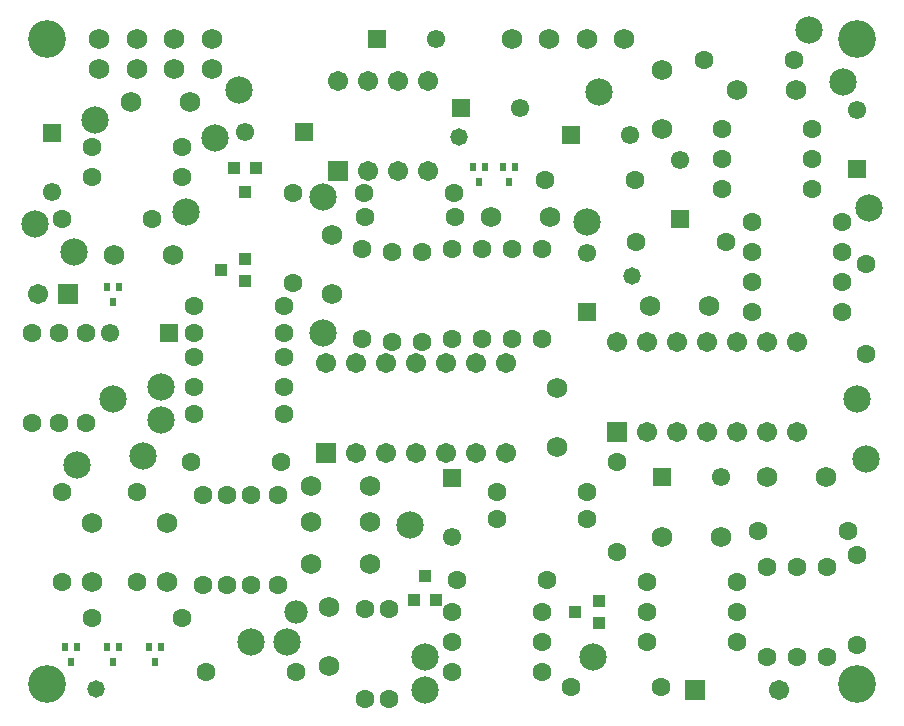
<source format=gts>
G04 Layer_Color=8388736*
%FSAX24Y24*%
%MOIN*%
G70*
G01*
G75*
%ADD34R,0.0434X0.0395*%
%ADD35R,0.0220X0.0280*%
%ADD36R,0.0395X0.0434*%
%ADD37C,0.0671*%
%ADD38R,0.0671X0.0671*%
%ADD39C,0.0907*%
%ADD40C,0.0680*%
%ADD41C,0.0631*%
%ADD42C,0.0611*%
%ADD43R,0.0611X0.0611*%
%ADD44R,0.0611X0.0611*%
%ADD45R,0.0671X0.0671*%
%ADD46C,0.0780*%
%ADD47C,0.1261*%
%ADD48C,0.0580*%
D34*
X-022194Y014800D02*
D03*
X-021406Y015174D02*
D03*
Y014426D02*
D03*
X-010394Y003400D02*
D03*
X-009606Y003774D02*
D03*
Y003026D02*
D03*
D35*
X-013403Y018255D02*
D03*
X-013797D02*
D03*
X-013600Y017745D02*
D03*
X-012403Y018255D02*
D03*
X-012797D02*
D03*
X-012600Y017745D02*
D03*
X-025603Y014255D02*
D03*
X-025997D02*
D03*
X-025800Y013745D02*
D03*
X-024203Y002255D02*
D03*
X-024597D02*
D03*
X-024400Y001745D02*
D03*
X-025603Y002255D02*
D03*
X-025997D02*
D03*
X-025800Y001745D02*
D03*
X-027003Y002255D02*
D03*
X-027397D02*
D03*
X-027200Y001745D02*
D03*
D36*
X-021400Y017406D02*
D03*
X-021774Y018194D02*
D03*
X-021026D02*
D03*
X-015400Y004594D02*
D03*
X-015026Y003806D02*
D03*
X-015774D02*
D03*
D37*
X-028300Y014000D02*
D03*
X-003602Y000800D02*
D03*
X-017700Y008700D02*
D03*
X-016700D02*
D03*
X-015700D02*
D03*
X-014700D02*
D03*
X-013700D02*
D03*
X-012700D02*
D03*
X-018700Y011700D02*
D03*
X-017700D02*
D03*
X-016700D02*
D03*
X-015700D02*
D03*
X-014700D02*
D03*
X-013700D02*
D03*
X-012700D02*
D03*
X-008000Y009400D02*
D03*
X-007000D02*
D03*
X-006000D02*
D03*
X-005000D02*
D03*
X-004000D02*
D03*
X-003000D02*
D03*
X-009000Y012400D02*
D03*
X-008000D02*
D03*
X-007000D02*
D03*
X-006000D02*
D03*
X-005000D02*
D03*
X-004000D02*
D03*
X-003000D02*
D03*
X-017280Y018120D02*
D03*
X-016280D02*
D03*
X-015280D02*
D03*
X-018280Y021120D02*
D03*
X-017280D02*
D03*
X-016280D02*
D03*
X-015280D02*
D03*
D38*
X-027300Y014000D02*
D03*
X-006398Y000800D02*
D03*
D39*
X-002600Y022800D02*
D03*
X-001460Y021090D02*
D03*
X-000590Y016880D02*
D03*
X-024800Y008600D02*
D03*
X-024200Y010900D02*
D03*
X-027000Y008300D02*
D03*
X-009800Y001900D02*
D03*
X-010000Y016400D02*
D03*
X-018800Y012700D02*
D03*
X-018790Y017240D02*
D03*
X-009590Y020750D02*
D03*
X-023370Y016750D02*
D03*
X-022400Y019200D02*
D03*
X-021600Y020800D02*
D03*
X-026400Y019800D02*
D03*
X-028390Y016330D02*
D03*
X-027100Y015400D02*
D03*
X-025800Y010500D02*
D03*
X-024200Y009800D02*
D03*
X-015890Y006310D02*
D03*
X-015400Y001900D02*
D03*
Y000800D02*
D03*
X-020000Y002400D02*
D03*
X-021200D02*
D03*
X-000700Y008500D02*
D03*
X-001000Y010500D02*
D03*
D40*
X-005516Y005900D02*
D03*
X-007484D02*
D03*
X-019184Y006400D02*
D03*
X-017216D02*
D03*
Y007600D02*
D03*
X-019184D02*
D03*
X-007908Y013600D02*
D03*
X-005940D02*
D03*
X-007500Y019506D02*
D03*
Y021474D02*
D03*
X-004984Y020800D02*
D03*
X-003016D02*
D03*
X-003984Y007900D02*
D03*
X-002016D02*
D03*
X-017216Y005000D02*
D03*
X-019184D02*
D03*
X-018500Y015984D02*
D03*
Y014016D02*
D03*
X-011226Y016560D02*
D03*
X-013194D02*
D03*
X-025184Y020400D02*
D03*
X-023216D02*
D03*
X-025764Y015310D02*
D03*
X-023796D02*
D03*
X-011000Y008916D02*
D03*
Y010884D02*
D03*
X-018600Y001616D02*
D03*
Y003584D02*
D03*
X-026500Y004416D02*
D03*
Y006384D02*
D03*
X-024000Y004416D02*
D03*
Y006384D02*
D03*
X-008750Y022500D02*
D03*
X-010000D02*
D03*
X-011250D02*
D03*
X-012500D02*
D03*
X-023750D02*
D03*
X-022500D02*
D03*
X-025000D02*
D03*
X-022500Y021500D02*
D03*
X-023750D02*
D03*
X-025000D02*
D03*
X-026250D02*
D03*
Y022500D02*
D03*
D41*
X-020100Y010900D02*
D03*
X-023100D02*
D03*
X-020100Y013600D02*
D03*
X-023100D02*
D03*
X-020100Y012700D02*
D03*
X-023100D02*
D03*
X-008360Y015750D02*
D03*
X-005360D02*
D03*
X-003100Y021800D02*
D03*
X-006100D02*
D03*
X-005500Y019500D02*
D03*
X-002500D02*
D03*
X-005500Y018500D02*
D03*
X-002500D02*
D03*
X-005500Y017500D02*
D03*
X-002500D02*
D03*
X-001500Y016400D02*
D03*
X-004500D02*
D03*
X-001500Y015400D02*
D03*
X-004500D02*
D03*
Y014400D02*
D03*
X-001500D02*
D03*
X-004500Y013400D02*
D03*
X-001500D02*
D03*
X-000700Y012000D02*
D03*
Y015000D02*
D03*
X-004300Y006100D02*
D03*
X-001300D02*
D03*
X-026700Y009700D02*
D03*
Y012700D02*
D03*
X-027600D02*
D03*
Y009700D02*
D03*
X-028500Y012700D02*
D03*
Y009700D02*
D03*
X-007520Y000900D02*
D03*
X-010520D02*
D03*
X-001000Y005300D02*
D03*
Y002300D02*
D03*
X-002000Y004900D02*
D03*
Y001900D02*
D03*
X-003000D02*
D03*
Y004900D02*
D03*
X-004000D02*
D03*
Y001900D02*
D03*
X-008000Y002400D02*
D03*
X-005000D02*
D03*
X-008000Y003400D02*
D03*
X-005000D02*
D03*
Y004400D02*
D03*
X-008000D02*
D03*
X-009000Y005400D02*
D03*
Y008400D02*
D03*
X-013000Y007400D02*
D03*
X-010000D02*
D03*
X-011500Y015500D02*
D03*
Y012500D02*
D03*
X-012500Y015500D02*
D03*
Y012500D02*
D03*
X-013500D02*
D03*
Y015500D02*
D03*
X-014500D02*
D03*
Y012500D02*
D03*
X-015500Y015400D02*
D03*
Y012400D02*
D03*
X-017500Y015500D02*
D03*
Y012500D02*
D03*
X-016500Y015400D02*
D03*
Y012400D02*
D03*
X-019810Y017380D02*
D03*
Y014380D02*
D03*
X-014410Y016560D02*
D03*
X-017410D02*
D03*
X-024500Y016500D02*
D03*
X-027500D02*
D03*
X-023500Y018900D02*
D03*
X-026500D02*
D03*
Y017900D02*
D03*
X-023500D02*
D03*
X-020100Y011900D02*
D03*
X-023100D02*
D03*
X-020100Y010000D02*
D03*
X-023100D02*
D03*
X-023200Y008400D02*
D03*
X-020200D02*
D03*
X-013000Y006500D02*
D03*
X-010000D02*
D03*
X-014330Y004460D02*
D03*
X-011330D02*
D03*
X-014500Y003400D02*
D03*
X-011500D02*
D03*
X-014500Y002400D02*
D03*
X-011500D02*
D03*
Y001400D02*
D03*
X-014500D02*
D03*
X-016600Y003500D02*
D03*
Y000500D02*
D03*
X-017400Y003500D02*
D03*
Y000500D02*
D03*
X-023500Y003200D02*
D03*
X-026500D02*
D03*
X-027500Y007400D02*
D03*
Y004400D02*
D03*
X-025000Y007400D02*
D03*
Y004400D02*
D03*
X-020300Y007300D02*
D03*
Y004300D02*
D03*
X-021200Y007300D02*
D03*
Y004300D02*
D03*
X-022000Y007300D02*
D03*
Y004300D02*
D03*
X-022800Y007300D02*
D03*
Y004300D02*
D03*
X-019700Y001400D02*
D03*
X-022700D02*
D03*
X-014440Y017360D02*
D03*
X-017440D02*
D03*
X-011400Y017800D02*
D03*
X-008400D02*
D03*
D42*
X-006900Y018484D02*
D03*
X-000990Y020134D02*
D03*
X-005516Y007900D02*
D03*
X-010000Y015384D02*
D03*
X-008576Y019320D02*
D03*
X-012216Y020200D02*
D03*
X-015016Y022500D02*
D03*
X-021384Y019400D02*
D03*
X-027840Y017416D02*
D03*
X-025884Y012700D02*
D03*
X-014500Y005916D02*
D03*
D43*
X-006900Y016516D02*
D03*
X-000990Y018166D02*
D03*
X-010000Y013416D02*
D03*
X-027840Y019384D02*
D03*
X-014500Y007884D02*
D03*
D44*
X-007484Y007900D02*
D03*
X-010544Y019320D02*
D03*
X-014184Y020200D02*
D03*
X-016984Y022500D02*
D03*
X-019416Y019400D02*
D03*
X-023916Y012700D02*
D03*
D45*
X-018700Y008700D02*
D03*
X-009000Y009400D02*
D03*
X-018280Y018120D02*
D03*
D46*
X-019700Y003400D02*
D03*
D47*
X-028000Y001000D02*
D03*
X-001000D02*
D03*
Y022500D02*
D03*
X-028000D02*
D03*
D48*
X-008500Y014600D02*
D03*
X-026350Y000850D02*
D03*
X-014250Y019250D02*
D03*
M02*

</source>
